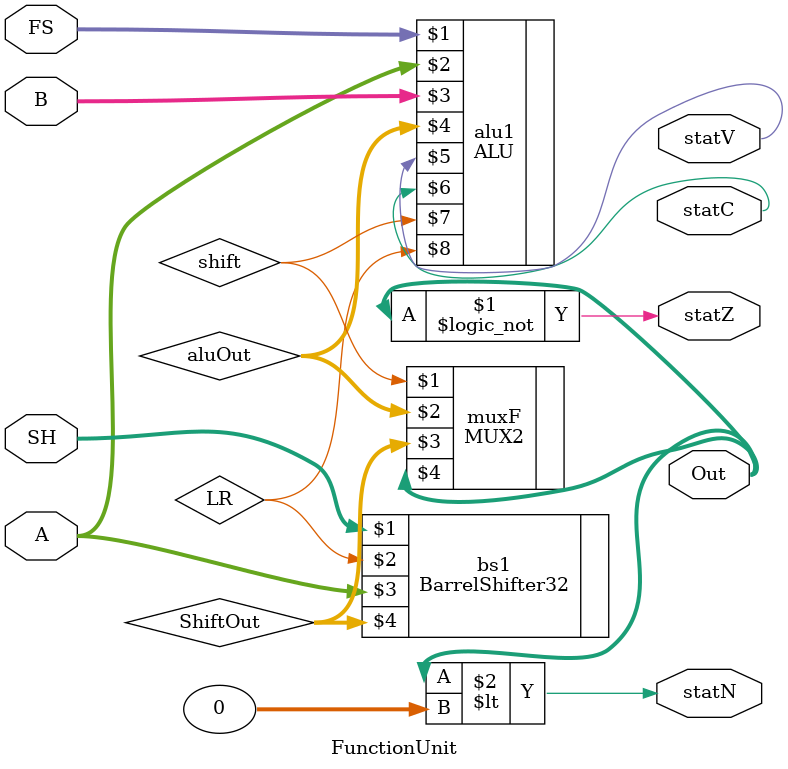
<source format=v>
`timescale 1ns / 1ps
module FunctionUnit(
    input [BITS-1:0] A,
    input [BITS-1:0] B,
    input [4:0] FS, // Function Select
	 input [4:0] SH, // Shift by N
    output wire statC,
    output wire statN,
    output wire statV,
    output wire statZ,
	 output wire [BITS-1:0] Out
    );
	 
	parameter BITS = 32;
	 
	assign statZ = (Out == 0);
	assign statN = (Out < 0);
	
	wire [BITS-1:0] aluOut, ShiftOut;
	wire LR, shift;
	
	defparam alu1.BITS = BITS;
	ALU alu1(FS, A, B, aluOut, statV, statC, shift, LR);
	BarrelShifter32 bs1(SH, LR, A, ShiftOut);
	
	MUX2 muxF(shift, aluOut, ShiftOut, Out);
endmodule

</source>
